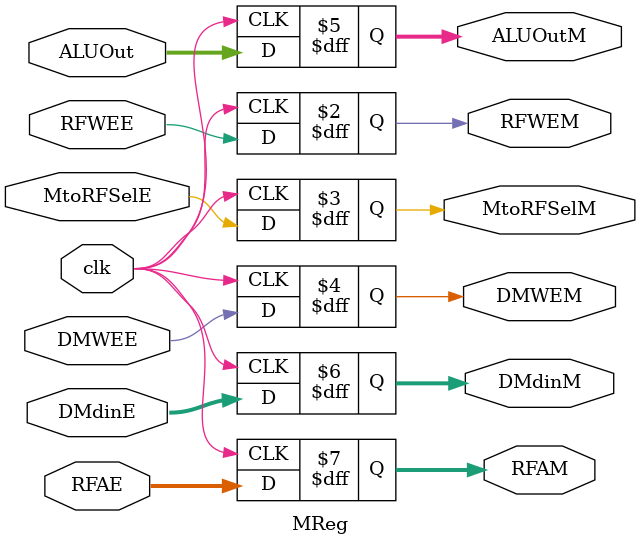
<source format=v>
`timescale 1ns / 1ps

module MReg(
    input clk,
    input RFWEE,
    input MtoRFSelE,
    input DMWEE,
    input [31:0] ALUOut,
    input [31:0] DMdinE,
    input [4:0] RFAE,
    output reg RFWEM,
    output reg MtoRFSelM,
    output reg DMWEM,
    output reg [31:0] ALUOutM,
    output reg [31:0] DMdinM,
    output reg [4:0] RFAM
    );
    
    always @(posedge clk) begin
        RFWEM <= RFWEE;
        MtoRFSelM <= MtoRFSelE;
        DMWEM <= DMWEE;
        ALUOutM <= ALUOut;
        DMdinM <= DMdinE;
        RFAM <= RFAE;
    end
endmodule

</source>
